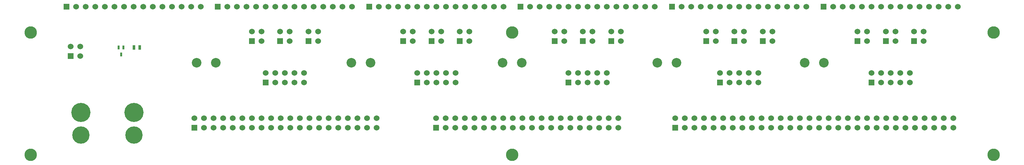
<source format=gts>
G04 (created by PCBNEW (2013-mar-13)-testing) date Tue 12 Nov 2013 05:44:31 PM PST*
%MOIN*%
G04 Gerber Fmt 3.4, Leading zero omitted, Abs format*
%FSLAX34Y34*%
G01*
G70*
G90*
G04 APERTURE LIST*
%ADD10C,0.005906*%
%ADD11C,0.100000*%
%ADD12R,0.060000X0.060000*%
%ADD13C,0.060000*%
%ADD14C,0.200000*%
%ADD15C,0.181100*%
%ADD16C,0.130000*%
%ADD17R,0.025000X0.045000*%
%ADD18R,0.023600X0.039400*%
G04 APERTURE END LIST*
G54D10*
G54D11*
X34039Y-28740D03*
X36039Y-28740D03*
X50181Y-28740D03*
X52181Y-28740D03*
X65929Y-28740D03*
X67929Y-28740D03*
X82070Y-28740D03*
X84070Y-28740D03*
X97425Y-28740D03*
X99425Y-28740D03*
G54D12*
X39795Y-26484D03*
G54D13*
X39795Y-25484D03*
X40795Y-26484D03*
X40795Y-25484D03*
G54D12*
X55582Y-26484D03*
G54D13*
X55582Y-25484D03*
X56582Y-26484D03*
X56582Y-25484D03*
G54D12*
X71370Y-26484D03*
G54D13*
X71370Y-25484D03*
X72370Y-26484D03*
X72370Y-25484D03*
G54D12*
X87157Y-26484D03*
G54D13*
X87157Y-25484D03*
X88157Y-26484D03*
X88157Y-25484D03*
G54D12*
X102944Y-26484D03*
G54D13*
X102944Y-25484D03*
X103944Y-26484D03*
X103944Y-25484D03*
G54D12*
X42748Y-26484D03*
G54D13*
X42748Y-25484D03*
X43748Y-26484D03*
X43748Y-25484D03*
G54D12*
X58535Y-26484D03*
G54D13*
X58535Y-25484D03*
X59535Y-26484D03*
X59535Y-25484D03*
G54D12*
X74322Y-26484D03*
G54D13*
X74322Y-25484D03*
X75322Y-26484D03*
X75322Y-25484D03*
G54D12*
X90110Y-26484D03*
G54D13*
X90110Y-25484D03*
X91110Y-26484D03*
X91110Y-25484D03*
G54D12*
X105897Y-26484D03*
G54D13*
X105897Y-25484D03*
X106897Y-26484D03*
X106897Y-25484D03*
G54D12*
X45700Y-26484D03*
G54D13*
X45700Y-25484D03*
X46700Y-26484D03*
X46700Y-25484D03*
G54D12*
X61488Y-26484D03*
G54D13*
X61488Y-25484D03*
X62488Y-26484D03*
X62488Y-25484D03*
G54D12*
X77275Y-26484D03*
G54D13*
X77275Y-25484D03*
X78275Y-26484D03*
X78275Y-25484D03*
G54D12*
X93062Y-26484D03*
G54D13*
X93062Y-25484D03*
X94062Y-26484D03*
X94062Y-25484D03*
G54D12*
X108850Y-26484D03*
G54D13*
X108850Y-25484D03*
X109850Y-26484D03*
X109850Y-25484D03*
G54D12*
X33807Y-35539D03*
G54D13*
X33807Y-34539D03*
X38807Y-35539D03*
X34807Y-34539D03*
X39807Y-35539D03*
X35807Y-34539D03*
X40807Y-35539D03*
X36807Y-34539D03*
X41807Y-35539D03*
X37807Y-34539D03*
X42807Y-35539D03*
X38807Y-34539D03*
X43807Y-35539D03*
X39807Y-34539D03*
X44807Y-35539D03*
X40807Y-34539D03*
X45807Y-35539D03*
X41807Y-34539D03*
X46807Y-35539D03*
X42807Y-34539D03*
X47807Y-35539D03*
X43807Y-34539D03*
X48807Y-35539D03*
X44807Y-34539D03*
X45807Y-34539D03*
X49807Y-35539D03*
X46807Y-34539D03*
X48807Y-34539D03*
X49807Y-34539D03*
X50807Y-34539D03*
X51807Y-34539D03*
X50807Y-35539D03*
X51807Y-35539D03*
X34807Y-35539D03*
X35807Y-35539D03*
X36807Y-35539D03*
X37807Y-35539D03*
X52807Y-35539D03*
X52807Y-34539D03*
X47807Y-34539D03*
G54D12*
X83925Y-35539D03*
G54D13*
X83925Y-34539D03*
X88925Y-35539D03*
X84925Y-34539D03*
X89925Y-35539D03*
X85925Y-34539D03*
X90925Y-35539D03*
X86925Y-34539D03*
X91925Y-35539D03*
X87925Y-34539D03*
X92925Y-35539D03*
X88925Y-34539D03*
X93925Y-35539D03*
X89925Y-34539D03*
X94925Y-35539D03*
X90925Y-34539D03*
X95925Y-35539D03*
X91925Y-34539D03*
X96925Y-35539D03*
X92925Y-34539D03*
X97925Y-35539D03*
X93925Y-34539D03*
X98925Y-35539D03*
X94925Y-34539D03*
X95925Y-34539D03*
X99925Y-35539D03*
X96925Y-34539D03*
X98925Y-34539D03*
X99925Y-34539D03*
X100925Y-34539D03*
X101925Y-34539D03*
X100925Y-35539D03*
X101925Y-35539D03*
X84925Y-35539D03*
X85925Y-35539D03*
X86925Y-35539D03*
X87925Y-35539D03*
X102925Y-35539D03*
X102925Y-34539D03*
X97925Y-34539D03*
X103925Y-35539D03*
X103925Y-34539D03*
X104925Y-35539D03*
X104925Y-34539D03*
X105925Y-35539D03*
X105925Y-34539D03*
X106925Y-35539D03*
X106925Y-34539D03*
X107925Y-35539D03*
X107925Y-34539D03*
X108925Y-35539D03*
X108925Y-34539D03*
X109925Y-35539D03*
X109925Y-34539D03*
X110925Y-35539D03*
X110925Y-34539D03*
X111925Y-35539D03*
X111925Y-34539D03*
X112925Y-35539D03*
X112925Y-34539D03*
G54D14*
X21980Y-33937D03*
G54D15*
X21980Y-36299D03*
G54D12*
X20460Y-22874D03*
G54D13*
X21460Y-22874D03*
X22460Y-22874D03*
X23460Y-22874D03*
X24460Y-22874D03*
X25460Y-22874D03*
X26460Y-22874D03*
X27460Y-22874D03*
X28460Y-22874D03*
X29460Y-22874D03*
X30460Y-22874D03*
X31460Y-22874D03*
X32460Y-22874D03*
X33460Y-22874D03*
X34460Y-22874D03*
G54D12*
X36248Y-22874D03*
G54D13*
X37248Y-22874D03*
X38248Y-22874D03*
X39248Y-22874D03*
X40248Y-22874D03*
X41248Y-22874D03*
X42248Y-22874D03*
X43248Y-22874D03*
X44248Y-22874D03*
X45248Y-22874D03*
X46248Y-22874D03*
X47248Y-22874D03*
X48248Y-22874D03*
X49248Y-22874D03*
X50248Y-22874D03*
G54D12*
X52035Y-22874D03*
G54D13*
X53035Y-22874D03*
X54035Y-22874D03*
X55035Y-22874D03*
X56035Y-22874D03*
X57035Y-22874D03*
X58035Y-22874D03*
X59035Y-22874D03*
X60035Y-22874D03*
X61035Y-22874D03*
X62035Y-22874D03*
X63035Y-22874D03*
X64035Y-22874D03*
X65035Y-22874D03*
X66035Y-22874D03*
G54D12*
X67822Y-22874D03*
G54D13*
X68822Y-22874D03*
X69822Y-22874D03*
X70822Y-22874D03*
X71822Y-22874D03*
X72822Y-22874D03*
X73822Y-22874D03*
X74822Y-22874D03*
X75822Y-22874D03*
X76822Y-22874D03*
X77822Y-22874D03*
X78822Y-22874D03*
X79822Y-22874D03*
X80822Y-22874D03*
X81822Y-22874D03*
G54D12*
X83610Y-22874D03*
G54D13*
X84610Y-22874D03*
X85610Y-22874D03*
X86610Y-22874D03*
X87610Y-22874D03*
X88610Y-22874D03*
X89610Y-22874D03*
X90610Y-22874D03*
X91610Y-22874D03*
X92610Y-22874D03*
X93610Y-22874D03*
X94610Y-22874D03*
X95610Y-22874D03*
X96610Y-22874D03*
X97610Y-22874D03*
G54D12*
X99397Y-22874D03*
G54D13*
X100397Y-22874D03*
X101397Y-22874D03*
X102397Y-22874D03*
X103397Y-22874D03*
X104397Y-22874D03*
X105397Y-22874D03*
X106397Y-22874D03*
X107397Y-22874D03*
X108397Y-22874D03*
X109397Y-22874D03*
X110397Y-22874D03*
X111397Y-22874D03*
X112397Y-22874D03*
X113397Y-22874D03*
G54D16*
X117125Y-25590D03*
X16732Y-38385D03*
X117125Y-38385D03*
X66929Y-25590D03*
X66929Y-38385D03*
X16732Y-25590D03*
G54D17*
X27520Y-27140D03*
X28120Y-27140D03*
G54D12*
X20900Y-28059D03*
G54D13*
X20900Y-27059D03*
X21900Y-28059D03*
X21900Y-27059D03*
G54D14*
X27500Y-33937D03*
G54D15*
X27500Y-36299D03*
G54D18*
X25904Y-27146D03*
X26416Y-27146D03*
X26160Y-27894D03*
G54D12*
X41248Y-30814D03*
G54D13*
X41248Y-29814D03*
X42248Y-30814D03*
X42248Y-29814D03*
X43248Y-30814D03*
X43248Y-29814D03*
X44248Y-30814D03*
X44248Y-29814D03*
X45248Y-30814D03*
X45248Y-29814D03*
G54D12*
X57035Y-30814D03*
G54D13*
X57035Y-29814D03*
X58035Y-30814D03*
X58035Y-29814D03*
X59035Y-30814D03*
X59035Y-29814D03*
X60035Y-30814D03*
X60035Y-29814D03*
X61035Y-30814D03*
X61035Y-29814D03*
G54D12*
X72822Y-30814D03*
G54D13*
X72822Y-29814D03*
X73822Y-30814D03*
X73822Y-29814D03*
X74822Y-30814D03*
X74822Y-29814D03*
X75822Y-30814D03*
X75822Y-29814D03*
X76822Y-30814D03*
X76822Y-29814D03*
G54D12*
X88610Y-30814D03*
G54D13*
X88610Y-29814D03*
X89610Y-30814D03*
X89610Y-29814D03*
X90610Y-30814D03*
X90610Y-29814D03*
X91610Y-30814D03*
X91610Y-29814D03*
X92610Y-30814D03*
X92610Y-29814D03*
G54D12*
X104397Y-30814D03*
G54D13*
X104397Y-29814D03*
X105397Y-30814D03*
X105397Y-29814D03*
X106397Y-30814D03*
X106397Y-29814D03*
X107397Y-30814D03*
X107397Y-29814D03*
X108397Y-30814D03*
X108397Y-29814D03*
G54D12*
X59003Y-35539D03*
G54D13*
X59003Y-34539D03*
X64003Y-35539D03*
X60003Y-34539D03*
X65003Y-35539D03*
X61003Y-34539D03*
X66003Y-35539D03*
X62003Y-34539D03*
X67003Y-35539D03*
X63003Y-34539D03*
X68003Y-35539D03*
X64003Y-34539D03*
X69003Y-35539D03*
X65003Y-34539D03*
X70003Y-35539D03*
X66003Y-34539D03*
X71003Y-35539D03*
X67003Y-34539D03*
X72003Y-35539D03*
X68003Y-34539D03*
X73003Y-35539D03*
X69003Y-34539D03*
X74003Y-35539D03*
X70003Y-34539D03*
X71003Y-34539D03*
X75003Y-35539D03*
X72003Y-34539D03*
X74003Y-34539D03*
X75003Y-34539D03*
X76003Y-34539D03*
X77003Y-34539D03*
X76003Y-35539D03*
X77003Y-35539D03*
X60003Y-35539D03*
X61003Y-35539D03*
X62003Y-35539D03*
X63003Y-35539D03*
X78003Y-35539D03*
X78003Y-34539D03*
X73003Y-34539D03*
M02*

</source>
